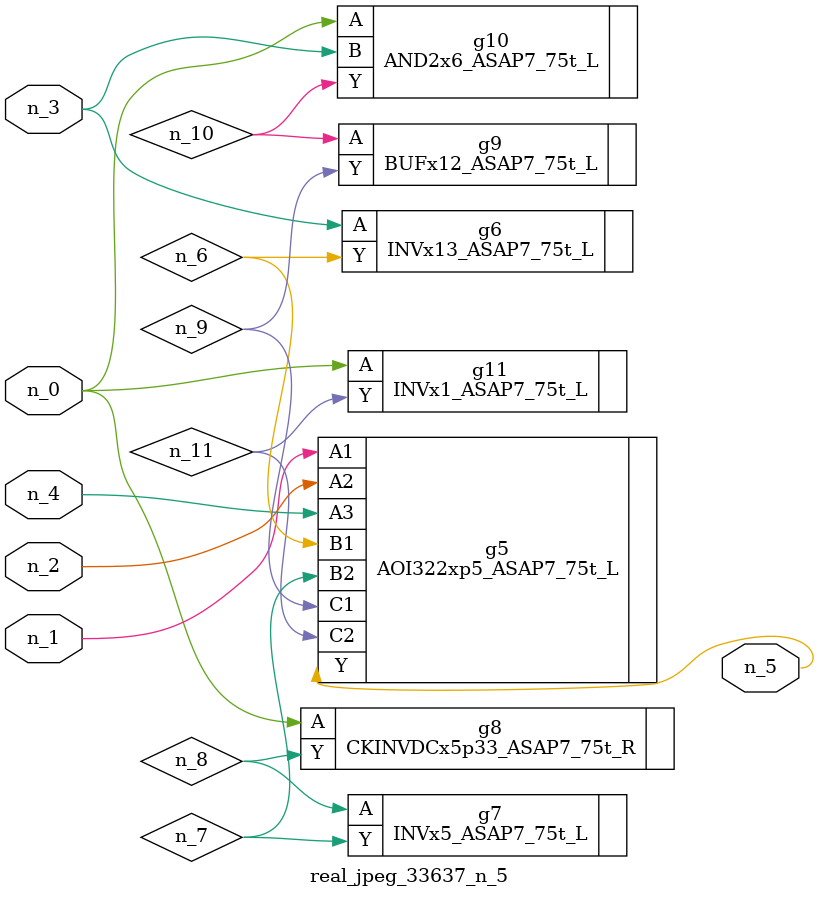
<source format=v>
module real_jpeg_33637_n_5 (n_4, n_0, n_1, n_2, n_3, n_5);

input n_4;
input n_0;
input n_1;
input n_2;
input n_3;

output n_5;

wire n_8;
wire n_11;
wire n_6;
wire n_7;
wire n_10;
wire n_9;

CKINVDCx5p33_ASAP7_75t_R g8 ( 
.A(n_0),
.Y(n_8)
);

AND2x6_ASAP7_75t_L g10 ( 
.A(n_0),
.B(n_3),
.Y(n_10)
);

INVx1_ASAP7_75t_L g11 ( 
.A(n_0),
.Y(n_11)
);

AOI322xp5_ASAP7_75t_L g5 ( 
.A1(n_1),
.A2(n_2),
.A3(n_4),
.B1(n_6),
.B2(n_7),
.C1(n_9),
.C2(n_11),
.Y(n_5)
);

INVx13_ASAP7_75t_L g6 ( 
.A(n_3),
.Y(n_6)
);

INVx5_ASAP7_75t_L g7 ( 
.A(n_8),
.Y(n_7)
);

BUFx12_ASAP7_75t_L g9 ( 
.A(n_10),
.Y(n_9)
);


endmodule
</source>
